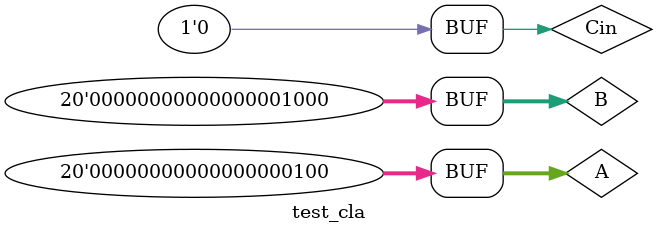
<source format=v>
`timescale 1ns / 1ps


module test_cla;

	// Inputs
	reg [19:0] A;
	reg [19:0] B;
	reg Cin;

	// Outputs
	wire [19:0] S;
	wire Cout;

	// Instantiate the Unit Under Test (UUT)
	CLA_20 uut (
		.A(A), 
		.B(B), 
		.Cin(Cin), 
		.S(S), 
		.Cout(Cout)
	);

	initial begin
		// Initialize Inputs
		A = (4);
		B = (8);
		Cin = 0;

		// Wait 100 ns for global reset to finish
		#100;
        
		// Add stimulus here

	end
      
endmodule


</source>
